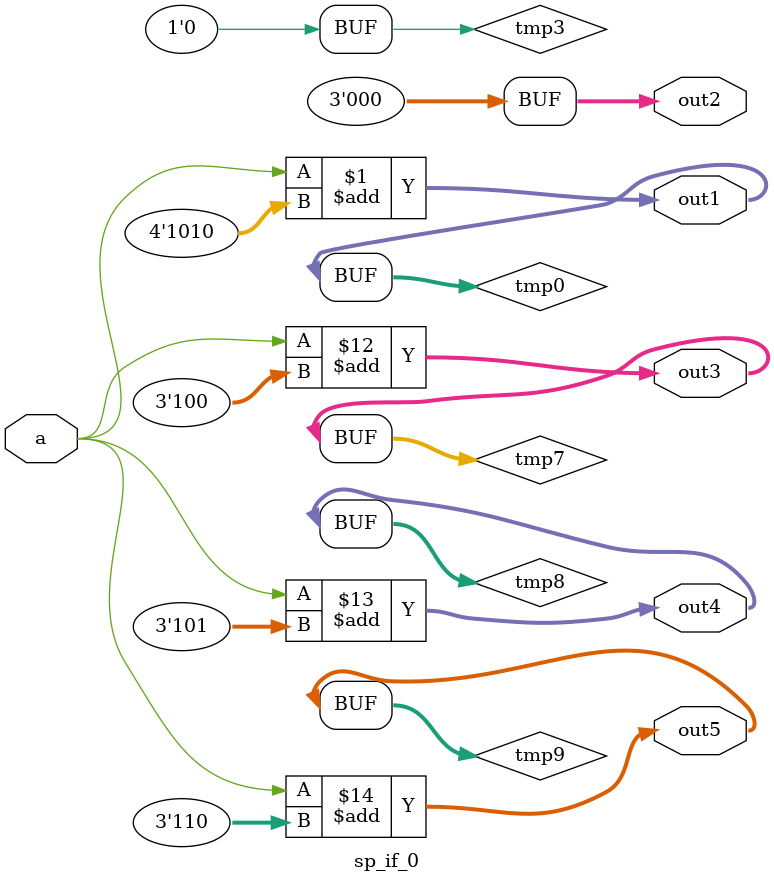
<source format=v>
/* Generated by Yosys 0.7+605 (git sha1 d412b172, clang 6.0.0 -fPIC -Os) */

module sp_if_0(a, out1, out3, out5, out2, out4);
  input a;
  output [4:0] out1;
  output [2:0] out2;
  output [4:0] out3;
  output [3:0] out4;
  output [3:0] out5;
  wire [4:0] tmp0;
  wire [4:0] tmp1;
  wire tmp3;
  wire [4:0] tmp4;
  wire [2:0] tmp5;
  wire [3:0] tmp6;
  wire [4:0] tmp7;
  wire [3:0] tmp8;
  wire [3:0] tmp9;
  assign tmp0 = a + 4'ha;
  assign tmp1 = a + 4'hb;
  assign out5 = tmp3 ? tmp6 : tmp9;
  assign out1 = tmp3 ? tmp4 : tmp0;
  assign out2 = tmp3 ? tmp5 : 3'h0;
  assign out3 = tmp3 ? tmp1 : tmp7;
  assign out4 = tmp3 ? 4'h0 : tmp8;
  assign tmp3 = a == 8'hff;
  assign tmp4 = a + 1'h1;
  assign tmp5 = a + 2'h2;
  assign tmp6 = a + 2'h3;
  assign tmp7 = a + 3'h4;
  assign tmp8 = a + 3'h5;
  assign tmp9 = a + 3'h6;
endmodule

</source>
